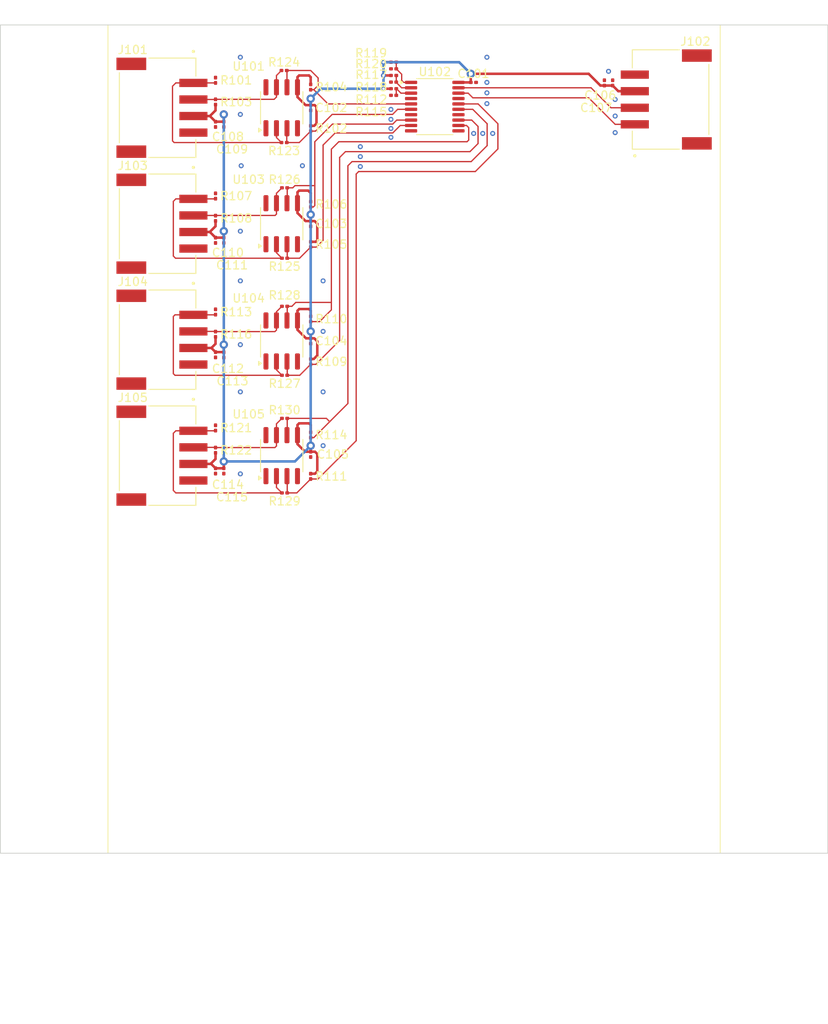
<source format=kicad_pcb>
(kicad_pcb (version 20240108) (generator "pcbnew") (generator_version "8.0")
  (layers (0 "F.Cu" signal) (31 "B.Cu" signal) (34 "B.Paste" user) (35 "F.Paste" user) (36 "B.SilkS" user "B.Silkscreen") (37 "F.SilkS" user "F.Silkscreen") (38 "B.Mask" user) (39 "F.Mask" user) (44 "Edge.Cuts" user))
  (net 0 "")
  (net 1 "VCC")
  (net 2 "GND")
  (net 3 "/SCL10")
  (net 4 "/SDA10")
  (net 5 "/SCL11")
  (net 6 "/SDA11")
  (net 7 "/SDA12")
  (net 8 "/SCL12")
  (net 9 "/SCL13")
  (net 10 "/SDA13")
  (net 11 "/SCL00")
  (net 12 "/SDA00")
  (net 13 "/SCL01")
  (net 14 "/SDA01")
  (net 15 "/SCL02")
  (net 16 "/SDA02")
  (net 17 "/SCL03")
  (net 18 "/SDA03")
  (net 20 "/SDA")
  (net 21 "/SCL")
  (net 23 "Net-(U102-A2)")
  (net 24 "Net-(U102-A1)")
  (net 25 "Net-(U102-A0)")
  (footprint "Package_SO:TSSOP-20_4.4x6.5mm_P0.65mm" (layer "F.Cu") (at 152.5 59.8625)
    (property "Reference" "U102")
    (property "Value" "TCA9544APWR")
  )
  (footprint "Resistor_SMD:R_0201_0603Metric" (layer "F.Cu") (at 137.5 99.5 -90)
    (property "Reference" "R114")
    (property "Value" "333C1S20")
  )
  (footprint "Package_SO:SOIC-8_3.9x4.9mm_P1.27mm" (layer "F.Cu") (at 134 88.155 90)
    (property "Reference" "U104")
    (property "Value" "P82B715DR")
  )
  (footprint "Capacitor_SMD:C_0201_0603Metric" (layer "F.Cu") (at 137.5 74 -90)
    (property "Reference" "C103")
    (property "Value" "104C10")
  )
  (footprint "Capacitor_SMD:C_0201_0603Metric" (layer "F.Cu") (at 126 62 -90)
    (property "Reference" "C108")
    (property "Value" "105C10")
  )
  (footprint "0_Downloads:SEEEDSTUDIO_114020164" (layer "F.Cu") (at 119 60 -90)
    (property "Reference" "J101")
    (property "Value" "114020164")
  )
  (footprint "Capacitor_SMD:C_0201_0603Metric" (layer "F.Cu") (at 137.5 60 -90)
    (property "Reference" "C102")
    (property "Value" "104C10")
  )
  (footprint "Package_SO:SOIC-8_3.9x4.9mm_P1.27mm" (layer "F.Cu") (at 134 74 90)
    (property "Reference" "U103")
    (property "Value" "P82B715DR")
  )
  (footprint "Capacitor_SMD:C_0201_0603Metric" (layer "F.Cu") (at 126 76 -90)
    (property "Reference" "C110")
    (property "Value" "105C10")
  )
  (footprint "Resistor_SMD:R_0201_0603Metric" (layer "F.Cu") (at 126 70.655 -90)
    (property "Reference" "R107")
    (property "Value" "102C1S20")
  )
  (footprint "Resistor_SMD:R_0201_0603Metric" (layer "F.Cu") (at 147.525 56.1 180)
    (property "Reference" "R117")
    (property "Value" "0")
  )
  (footprint "Package_SO:SOIC-8_3.9x4.9mm_P1.27mm" (layer "F.Cu") (at 134 102 90)
    (property "Reference" "U105")
    (property "Value" "P82B715DR")
  )
  (footprint "Resistor_SMD:R_0201_0603Metric" (layer "F.Cu") (at 137.5 57.5 -90)
    (property "Reference" "R104")
    (property "Value" "333C1S20")
  )
  (footprint "Resistor_SMD:R_0201_0603Metric" (layer "F.Cu") (at 137.5 104.5 -90)
    (property "Reference" "R111")
    (property "Value" "333C1S20")
  )
  (footprint "Resistor_SMD:R_0201_0603Metric" (layer "F.Cu") (at 126 101.345 90)
    (property "Reference" "R122")
    (property "Value" "102C1S20")
  )
  (footprint "Capacitor_SMD:C_0201_0603Metric" (layer "F.Cu") (at 173 57 90)
    (property "Reference" "C107")
    (property "Value" "104C10")
  )
  (footprint "Resistor_SMD:R_0201_0603Metric" (layer "F.Cu") (at 134.345 69.665)
    (property "Reference" "R126")
    (property "Value" "0")
  )
  (footprint "Resistor_SMD:R_0201_0603Metric" (layer "F.Cu") (at 126 56.68 -90)
    (property "Reference" "R101")
    (property "Value" "102C1S20")
  )
  (footprint "Resistor_SMD:R_0201_0603Metric" (layer "F.Cu") (at 126 73.345 90)
    (property "Reference" "R108")
    (property "Value" "102C1S20")
  )
  (footprint "Resistor_SMD:R_0201_0603Metric" (layer "F.Cu") (at 147.525 55.3 180)
    (property "Reference" "R120")
    (property "Value" "0")
  )
  (footprint "Resistor_SMD:R_0201_0603Metric" (layer "F.Cu") (at 126 87.345 90)
    (property "Reference" "R116")
    (property "Value" "102C1S20")
  )
  (footprint "0_Downloads:SEEEDSTUDIO_114020164" (layer "F.Cu") (at 119 102 -90)
    (property "Reference" "J105")
    (property "Value" "114020164")
  )
  (footprint "0_Downloads:SEEEDSTUDIO_114020164" (layer "F.Cu") (at 181 59 90)
    (property "Reference" "J102")
    (property "Value" "114020164")
  )
  (footprint "Package_SO:SOIC-8_3.9x4.9mm_P1.27mm" (layer "F.Cu") (at 134 60 90)
    (property "Reference" "U101")
    (property "Value" "P82B715DR")
  )
  (footprint "Resistor_SMD:R_0201_0603Metric" (layer "F.Cu") (at 134.345 106.5)
    (property "Reference" "R129")
    (property "Value" "0")
  )
  (footprint "Resistor_SMD:R_0201_0603Metric" (layer "F.Cu") (at 147.525 56.9 180)
    (property "Reference" "R118")
    (property "Value" "0")
  )
  (footprint "Resistor_SMD:R_0201_0603Metric" (layer "F.Cu") (at 134.29 64.2)
    (property "Reference" "R123")
    (property "Value" "0")
  )
  (footprint "Resistor_SMD:R_0201_0603Metric" (layer "F.Cu") (at 147.525 54.5 180)
    (property "Reference" "R119")
    (property "Value" "0")
  )
  (footprint "Resistor_SMD:R_0201_0603Metric" (layer "F.Cu") (at 134.345 83.97)
    (property "Reference" "R128")
    (property "Value" "0")
  )
  (footprint "Resistor_SMD:R_0201_0603Metric" (layer "F.Cu") (at 126 59.3 90)
    (property "Reference" "R103")
    (property "Value" "102C1S20")
  )
  (footprint "Capacitor_SMD:C_0201_0603Metric" (layer "F.Cu") (at 126 103.845 -90)
    (property "Reference" "C114")
    (property "Value" "105C10")
  )
  (footprint "0_Downloads:SEEEDSTUDIO_114020164" (layer "F.Cu") (at 119 74 -90)
    (property "Reference" "J103")
    (property "Value" "114020164")
  )
  (footprint "Resistor_SMD:R_0201_0603Metric" (layer "F.Cu") (at 134.345 78.165)
    (property "Reference" "R125")
    (property "Value" "0")
  )
  (footprint "Capacitor_SMD:C_0201_0603Metric" (layer "F.Cu") (at 157.17 56.9375)
    (property "Reference" "C101")
    (property "Value" "104C10")
  )
  (footprint "Resistor_SMD:R_0201_0603Metric" (layer "F.Cu") (at 147.525 58.5 180)
    (property "Reference" "R115")
    (property "Value" "0")
  )
  (footprint "Resistor_SMD:R_0201_0603Metric" (layer "F.Cu") (at 126 98.655 -90)
    (property "Reference" "R121")
    (property "Value" "102C1S20")
  )
  (footprint "Resistor_SMD:R_0201_0603Metric" (layer "F.Cu") (at 134.345 92.3)
    (property "Reference" "R127")
    (property "Value" "0")
  )
  (footprint "Capacitor_SMD:C_0201_0603Metric" (layer "F.Cu") (at 127 89.845 -90)
    (property "Reference" "C113")
    (property "Value" "104C10")
  )
  (footprint "Capacitor_SMD:C_0201_0603Metric" (layer "F.Cu") (at 174 57 90)
    (property "Reference" "C106")
    (property "Value" "105C10")
  )
  (footprint "Capacitor_SMD:C_0201_0603Metric" (layer "F.Cu") (at 127 62 -90)
    (property "Reference" "C109")
    (property "Value" "104C10")
  )
  (footprint "Resistor_SMD:R_0201_0603Metric" (layer "F.Cu") (at 126 84.655 -90)
    (property "Reference" "R113")
    (property "Value" "102C1S20")
  )
  (footprint "Resistor_SMD:R_0201_0603Metric" (layer "F.Cu") (at 137.5 85.5 -90)
    (property "Reference" "R110")
    (property "Value" "333C1S20")
  )
  (footprint "Capacitor_SMD:C_0201_0603Metric" (layer "F.Cu") (at 137.5 88.155 -90)
    (property "Reference" "C104")
    (property "Value" "104C10")
  )
  (footprint "Capacitor_SMD:C_0201_0603Metric" (layer "F.Cu") (at 127 76 -90)
    (property "Reference" "C111")
    (property "Value" "104C10")
  )
  (footprint "Resistor_SMD:R_0201_0603Metric" (layer "F.Cu") (at 137.5 71.655 -90)
    (property "Reference" "R106")
    (property "Value" "333C1S20")
  )
  (footprint "Resistor_SMD:R_0201_0603Metric" (layer "F.Cu") (at 137.5 76.5 -90)
    (property "Reference" "R105")
    (property "Value" "333C1S20")
  )
  (footprint "Capacitor_SMD:C_0201_0603Metric" (layer "F.Cu") (at 137.5 101.845 -90)
    (property "Reference" "C105")
    (property "Value" "104C10")
  )
  (footprint "Resistor_SMD:R_0201_0603Metric" (layer "F.Cu") (at 134.29 55.5)
    (property "Reference" "R124")
    (property "Value" "0")
  )
  (footprint "Capacitor_SMD:C_0201_0603Metric" (layer "F.Cu") (at 127 103.845 -90)
    (property "Reference" "C115")
    (property "Value" "104C10")
  )
  (footprint "Capacitor_SMD:C_0201_0603Metric" (layer "F.Cu") (at 126 89.82 -90)
    (property "Reference" "C112")
    (property "Value" "105C10")
  )
  (footprint "Resistor_SMD:R_0201_0603Metric" (layer "F.Cu") (at 137.5 90.655 -90)
    (property "Reference" "R109")
    (property "Value" "333C1S20")
  )
  (footprint "Resistor_SMD:R_0201_0603Metric" (layer "F.Cu") (at 137.5 62.5 -90)
    (property "Reference" "R102")
    (property "Value" "333C1S20")
  )
  (footprint "Resistor_SMD:R_0201_0603Metric" (layer "F.Cu") (at 147.525 57.7 180)
    (property "Reference" "R112")
    (property "Value" "0")
  )
  (footprint "Resistor_SMD:R_0201_0603Metric" (layer "F.Cu") (at 134.345 97.5)
    (property "Reference" "R130")
    (property "Value" "0")
  )
  (footprint "0_Downloads:SEEEDSTUDIO_114020164" (layer "F.Cu") (at 119 88 -90)
    (property "Reference" "J104")
    (property "Value" "114020164")
  )
  (gr_line (start 187 50) (end 187 150) (stroke (width 0.1)) (layer "F.SilkS"))
  (gr_line (start 113 50) (end 113 150) (stroke (width 0.1)) (layer "F.SilkS"))
  (gr_rect (start 100 50) (end 200 150) (stroke (width 0.1)) (fill none) (layer "Edge.Cuts"))
  (segment (start 137.5 59.68) (end 137.5 58.9) (width 0.3) (layer "F.Cu") (net 1))
  (segment (start 138.02 104.18) (end 137.5 104.18) (width 0.3) (layer "F.Cu") (net 1))
  (segment (start 137.2 70) (end 137.5 70.3) (width 0.3) (layer "F.Cu") (net 1))
  (segment (start 126 88.5) (end 126 87.665) (width 0.3) (layer "F.Cu") (net 1))
  (segment (start 172.52 57.32) (end 171.1 55.9) (width 0.3) (layer "F.Cu") (net 1))
  (segment (start 156.85 56.3) (end 156.85 55.9) (width 0.3) (layer "F.Cu") (net 1))
  (segment (start 125.3 75) (end 125.32 75) (width 0.3) (layer "F.Cu") (net 1))
  (segment (start 135.905 56.295) (end 136.1 56.1) (width 0.3) (layer "F.Cu") (net 1))
  (segment (start 136.825 101.525) (end 137.5 101.525) (width 0.3) (layer "F.Cu") (net 1))
  (segment (start 125.3 75) (end 126 74.3) (width 0.3) (layer "F.Cu") (net 1))
  (segment (start 136.88 59.68) (end 137.5 59.68) (width 0.3) (layer "F.Cu") (net 1))
  (segment (start 135.905 71.525) (end 135.905 70.195) (width 0.3) (layer "F.Cu") (net 1))
  (segment (start 126 89.5) (end 126.975 89.5) (width 0.3) (layer "F.Cu") (net 1))
  (segment (start 171.1 55.9) (end 156.85 55.9) (width 0.3) (layer "F.Cu") (net 1))
  (segment (start 147.205 57.7) (end 146.3 57.7) (width 0.3) (layer "F.Cu") (net 1))
  (segment (start 147.205 56.1) (end 146.3 56.1) (width 0.3) (layer "F.Cu") (net 1))
  (segment (start 176.675 58) (end 174.68 58) (width 0.3) (layer "F.Cu") (net 1))
  (segment (start 137.5 87.835) (end 137.935 87.835) (width 0.3) (layer "F.Cu") (net 1))
  (segment (start 137.92 62.18) (end 137.5 62.18) (width 0.3) (layer "F.Cu") (net 1))
  (segment (start 126.975 89.5) (end 127 89.525) (width 0.3) (layer "F.Cu") (net 1))
  (segment (start 135.905 86.805) (end 136.935 87.835) (width 0.3) (layer "F.Cu") (net 1))
  (segment (start 125.475 103) (end 125.475 102.925) (width 0.3) (layer "F.Cu") (net 1))
  (segment (start 137.3 98.1) (end 137.5 98.3) (width 0.3) (layer "F.Cu") (net 1))
  (segment (start 174 57.32) (end 173 57.32) (width 0.3) (layer "F.Cu") (net 1))
  (segment (start 135.905 99.525) (end 135.905 100.605) (width 0.3) (layer "F.Cu") (net 1))
  (segment (start 125.32 61) (end 126 61.68) (width 0.3) (layer "F.Cu") (net 1))
  (segment (start 138.3 89.9) (end 137.865 90.335) (width 0.3) (layer "F.Cu") (net 1))
  (segment (start 125.475 102.925) (end 126 102.4) (width 0.3) (layer "F.Cu") (net 1))
  (segment (start 135.905 98.295) (end 136.1 98.1) (width 0.3) (layer "F.Cu") (net 1))
  (segment (start 137.3 56.1) (end 137.5 56.3) (width 0.3) (layer "F.Cu") (net 1))
  (segment (start 123.325 61) (end 125.32 61) (width 0.3) (layer "F.Cu") (net 1))
  (segment (start 137.98 59.68) (end 138.2 59.9) (width 0.3) (layer "F.Cu") (net 1))
  (segment (start 137.935 87.835) (end 138.3 88.2) (width 0.3) (layer "F.Cu") (net 1))
  (segment (start 135.905 57.525) (end 135.905 56.295) (width 0.3) (layer "F.Cu") (net 1))
  (segment (start 174.68 58) (end 174 57.32) (width 0.3) (layer "F.Cu") (net 1))
  (segment (start 156.85 56.9375) (end 156.85 56.3) (width 0.3) (layer "F.Cu") (net 1))
  (segment (start 123.325 89) (end 125.5 89) (width 0.3) (layer "F.Cu") (net 1))
  (segment (start 135.905 72.705) (end 136.88 73.68) (width 0.3) (layer "F.Cu") (net 1))
  (segment (start 138.2 61.9) (end 137.92 62.18) (width 0.3) (layer "F.Cu") (net 1))
  (segment (start 137.98 73.68) (end 138.3 74) (width 0.3) (layer "F.Cu") (net 1))
  (segment (start 137.5 87.835) (end 137.5 87) (width 0.3) (layer "F.Cu") (net 1))
  (segment (start 135.905 71.525) (end 135.905 72.705) (width 0.3) (layer "F.Cu") (net 1))
  (segment (start 126 60.32) (end 126 59.62) (width 0.3) (layer "F.Cu") (net 1))
  (segment (start 135.905 85.68) (end 135.905 84.505) (width 0.3) (layer "F.Cu") (net 1))
  (segment (start 136.88 73.68) (end 137.5 73.68) (width 0.3) (layer "F.Cu") (net 1))
  (segment (start 137.5 56.3) (end 137.5 57.18) (width 0.3) (layer "F.Cu") (net 1))
  (segment (start 137.5 73.68) (end 137.5 72.9) (width 0.3) (layer "F.Cu") (net 1))
  (segment (start 135.905 58.705) (end 136.88 59.68) (width 0.3) (layer "F.Cu") (net 1))
  (segment (start 137.5 84.5) (end 137.5 85.18) (width 0.3) (layer "F.Cu") (net 1))
  (segment (start 136.1 98.1) (end 137.3 98.1) (width 0.3) (layer "F.Cu") (net 1))
  (segment (start 135.905 85.68) (end 135.905 86.805) (width 0.3) (layer "F.Cu") (net 1))
  (segment (start 137.3 84.3) (end 137.5 84.5) (width 0.3) (layer "F.Cu") (net 1))
  (segment (start 136.11 84.3) (end 137.3 84.3) (width 0.3) (layer "F.Cu") (net 1))
  (segment (start 138.12 76.18) (end 137.5 76.18) (width 0.3) (layer "F.Cu") (net 1))
  (segment (start 125.5 89) (end 126 89.5) (width 0.3) (layer "F.Cu") (net 1))
  (segment (start 135.905 70.195) (end 136.1 70) (width 0.3) (layer "F.Cu") (net 1))
  (segment (start 125.5 89) (end 126 88.5) (width 0.3) (layer "F.Cu") (net 1))
  (segment (start 125.32 61) (end 126 60.32) (width 0.3) (layer "F.Cu") (net 1))
  (segment (start 126 74.3) (end 126 73.665) (width 0.3) (layer "F.Cu") (net 1))
  (segment (start 147.205 54.5) (end 146.3 54.5) (width 0.3) (layer "F.Cu") (net 1))
  (segment (start 127 75.68) (end 127 74.9) (width 0.3) (layer "F.Cu") (net 1))
  (segment (start 138.025 101.525) (end 138.3 101.8) (width 0.3) (layer "F.Cu") (net 1))
  (segment (start 137.5 73.68) (end 137.98 73.68) (width 0.3) (layer "F.Cu") (net 1))
  (segment (start 125.32 75) (end 126 75.68) (width 0.3) (layer "F.Cu") (net 1))
  (segment (start 127 61.68) (end 127 60.8) (width 0.3) (layer "F.Cu") (net 1))
  (segment (start 135.905 84.505) (end 136.11 84.3) (width 0.3) (layer "F.Cu") (net 1))
  (segment (start 138.3 74) (end 138.3 76) (width 0.3) (layer "F.Cu") (net 1))
  (segment (start 125.475 103) (end 126 103.525) (width 0.3) (layer "F.Cu") (net 1))
  (segment (start 137.5 70.3) (end 137.5 71.335) (width 0.3) (layer "F.Cu") (net 1))
  (segment (start 137.5 98.3) (end 137.5 99.18) (width 0.3) (layer "F.Cu") (net 1))
  (segment (start 138.3 88.2) (end 138.3 89.9) (width 0.3) (layer "F.Cu") (net 1))
  (segment (start 135.905 100.605) (end 136.825 101.525) (width 0.3) (layer "F.Cu") (net 1))
  (segment (start 136.1 56.1) (end 137.3 56.1) (width 0.3) (layer "F.Cu") (net 1))
  (segment (start 135.905 57.525) (end 135.905 58.705) (width 0.3) (layer "F.Cu") (net 1))
  (segment (start 126 75.68) (end 127 75.68) (width 0.3) (layer "F.Cu") (net 1))
  (segment (start 155.3625 56.9375) (end 156.85 56.9375) (width 0.3) (layer "F.Cu") (net 1))
  (segment (start 138.3 101.8) (end 138.3 103.9) (width 0.3) (layer "F.Cu") (net 1))
  (segment (start 123.325 75) (end 125.3 75) (width 0.3) (layer "F.Cu") (net 1))
  (segment (start 127 89.525) (end 127 88.6) (width 0.3) (layer "F.Cu") (net 1))
  (segment (start 136.1 70) (end 137.2 70) (width 0.3) (layer "F.Cu") (net 1))
  (segment (start 135.905 99.525) (end 135.905 98.295) (width 0.3) (layer "F.Cu") (net 1))
  (segment (start 136.935 87.835) (end 137.5 87.835) (width 0.3) (layer "F.Cu") (net 1))
  (segment (start 126 102.4) (end 126 101.665) (width 0.3) (layer "F.Cu") (net 1))
  (segment (start 123.325 103) (end 125.475 103) (width 0.3) (layer "F.Cu") (net 1))
  (segment (start 173 57.32) (end 172.52 57.32) (width 0.3) (layer "F.Cu") (net 1))
  (segment (start 137.5 59.68) (end 137.98 59.68) (width 0.3) (layer "F.Cu") (net 1))
  (segment (start 138.3 76) (end 138.12 76.18) (width 0.3) (layer "F.Cu") (net 1))
  (segment (start 126 103.525) (end 127 103.525) (width 0.3) (layer "F.Cu") (net 1))
  (segment (start 126 61.68) (end 127 61.68) (width 0.3) (layer "F.Cu") (net 1))
  (segment (start 137.865 90.335) (end 137.5 90.335) (width 0.3) (layer "F.Cu") (net 1))
  (segment (start 138.3 103.9) (end 138.02 104.18) (width 0.3) (layer "F.Cu") (net 1))
  (segment (start 137.5 101.525) (end 138.025 101.525) (width 0.3) (layer "F.Cu") (net 1))
  (segment (start 138.2 59.9) (end 138.2 61.9) (width 0.3) (layer "F.Cu") (net 1))
  (segment (start 127 103.525) (end 127 102.7) (width 0.3) (layer "F.Cu") (net 1))
  (segment (start 137.5 101.525) (end 137.5 100.8) (width 0.3) (layer "F.Cu") (net 1))
  (via (at 127 60.8) (size 1) (drill 0.5) (layers "F.Cu" "B.Cu") (net 1))
  (via (at 156.85 55.9) (size 1) (drill 0.5) (layers "F.Cu" "B.Cu") (net 1))
  (via (at 127 88.6) (size 1) (drill 0.5) (layers "F.Cu" "B.Cu") (net 1))
  (via (at 137.5 58.9) (size 1) (drill 0.5) (layers "F.Cu" "B.Cu") (net 1))
  (via (at 137.5 100.8) (size 1) (drill 0.5) (layers "F.Cu" "B.Cu") (net 1))
  (via (at 127 74.9) (size 1) (drill 0.5) (layers "F.Cu" "B.Cu") (net 1))
  (via (at 137.5 87) (size 1) (drill 0.5) (layers "F.Cu" "B.Cu") (net 1))
  (via (at 127 102.7) (size 1) (drill 0.5) (layers "F.Cu" "B.Cu") (net 1))
  (via (at 146.3 54.5) (size 0.6) (drill 0.3) (layers "F.Cu" "B.Cu") (net 1))
  (via (at 146.3 56.1) (size 0.6) (drill 0.3) (layers "F.Cu" "B.Cu") (net 1))
  (via (at 137.5 72.9) (size 1) (drill 0.5) (layers "F.Cu" "B.Cu") (net 1))
  (via (at 146.3 57.7) (size 0.6) (drill 0.3) (layers "F.Cu" "B.Cu") (net 1))
  (segment (start 156.85 55.9) (end 155.45 54.5) (width 0.3) (layer "B.Cu") (net 1))
  (segment (start 135.6 102.7) (end 127 102.7) (width 0.3) (layer "B.Cu") (net 1))
  (segment (start 146.3 56.1) (end 146.3 57.7) (width 0.3) (layer "B.Cu") (net 1))
  (segment (start 146.3 54.5) (end 146.3 56.1) (width 0.3) (layer "B.Cu") (net 1))
  (segment (start 138.7 57.7) (end 137.5 58.9) (width 0.3) (layer "B.Cu") (net 1))
  (segment (start 137.5 72.9) (end 137.5 87) (width 0.3) (layer "B.Cu") (net 1))
  (segment (start 137.5 100.8) (end 135.6 102.7) (width 0.3) (layer "B.Cu") (net 1))
  (segment (start 146.3 57.7) (end 138.7 57.7) (width 0.3) (layer "B.Cu") (net 1))
  (segment (start 137.5 58.9) (end 137.5 72.9) (width 0.3) (layer "B.Cu") (net 1))
  (segment (start 137.5 87) (end 137.5 100.8) (width 0.3) (layer "B.Cu") (net 1))
  (segment (start 155.45 54.5) (end 146.3 54.5) (width 0.3) (layer "B.Cu") (net 1))
  (segment (start 127 88.6) (end 127 74.9) (width 0.3) (layer "B.Cu") (net 1))
  (segment (start 127 74.9) (end 127 60.8) (width 0.3) (layer "B.Cu") (net 1))
  (segment (start 127 102.7) (end 127 88.6) (width 0.3) (layer "B.Cu") (net 1))
  (via (at 129 104.2) (size 0.6) (drill 0.3) (layers "F.Cu" "B.Cu") (net 2))
  (via (at 143.5 64.7) (size 0.6) (drill 0.3) (layers "F.Cu" "B.Cu") (net 2))
  (via (at 174.3 63) (size 0.6) (drill 0.3) (layers "F.Cu" "B.Cu") (net 2))
  (via (at 158.8 56.9375) (size 0.6) (drill 0.3) (layers "F.Cu" "B.Cu") (net 2))
  (via (at 139 80.9) (size 0.6) (drill 0.3) (layers "F.Cu" "B.Cu") (net 2))
  (via (at 143.5 65.9) (size 0.6) (drill 0.3) (layers "F.Cu" "B.Cu") (net 2))
  (via (at 143.5 67.1) (size 0.6) (drill 0.3) (layers "F.Cu" "B.Cu") (net 2))
  (via (at 139 94.3) (size 0.6) (drill 0.3) (layers "F.Cu" "B.Cu") (net 2))
  (via (at 173.5 55.6) (size 0.6) (drill 0.3) (layers "F.Cu" "B.Cu") (net 2))
  (via (at 139 100.8) (size 0.6) (drill 0.3) (layers "F.Cu" "B.Cu") (net 2))
  (via (at 157.2 63.1) (size 0.6) (drill 0.3) (layers "F.Cu" "B.Cu") (net 2))
  (via (at 147.2 60.2) (size 0.6) (drill 0.3) (layers "F.Cu" "B.Cu") (net 2))
  (via (at 129 80.9) (size 0.6) (drill 0.3) (layers "F.Cu" "B.Cu") (net 2))
  (via (at 174.3 61) (size 0.6) (drill 0.3) (layers "F.Cu" "B.Cu") (net 2))
  (via (at 147.2 61.4) (size 0.6) (drill 0.3) (layers "F.Cu" "B.Cu") (net 2))
  (via (at 129 53.9) (size 0.6) (drill 0.3) (layers "F.Cu" "B.Cu") (net 2))
  (via (at 159.5 63.1) (size 0.6) (drill 0.3) (layers "F.Cu" "B.Cu") (net 2))
  (via (at 129 74.9) (size 0.6) (drill 0.3) (layers "F.Cu" "B.Cu") (net 2))
  (via (at 136.5 67) (size 0.6) (drill 0.3) (layers "F.Cu" "B.Cu") (net 2))
  (via (at 158.8 58.2) (size 0.6) (drill 0.3) (layers "F.Cu" "B.Cu") (net 2))
  (via (at 147.2 63.5714) (size 0.6) (drill 0.3) (layers "F.Cu" "B.Cu") (net 2))
  (via (at 158.8 53.9) (size 0.6) (drill 0.3) (layers "F.Cu" "B.Cu") (net 2))
  (via (at 129.1 67) (size 0.6) (drill 0.3) (layers "F.Cu" "B.Cu") (net 2))
  (via (at 174.3 59) (size 0.6) (drill 0.3) (layers "F.Cu" "B.Cu") (net 2))
  (via (at 147.2 62.5) (size 0.6) (drill 0.3) (layers "F.Cu" "B.Cu") (net 2))
  (via (at 139 87) (size 0.6) (drill 0.3) (layers "F.Cu" "B.Cu") (net 2))
  (via (at 129 94.3) (size 0.6) (drill 0.3) (layers "F.Cu" "B.Cu") (net 2))
  (via (at 158.3 63.1) (size 0.6) (drill 0.3) (layers "F.Cu" "B.Cu") (net 2))
  (via (at 129 88.6) (size 0.6) (drill 0.3) (layers "F.Cu" "B.Cu") (net 2))
  (via (at 129 60.8) (size 0.6) (drill 0.3) (layers "F.Cu" "B.Cu") (net 2))
  (via (at 158.8 59.5) (size 0.6) (drill 0.3) (layers "F.Cu" "B.Cu") (net 2))
  (segment (start 133.97 64.2) (end 133.365 63.595) (width 0.1524) (layer "F.Cu") (net 3))
  (segment (start 120.8 64) (end 121 64.2) (width 0.1524) (layer "F.Cu") (net 3))
  (segment (start 120.8 57.4) (end 120.8 64) (width 0.1524) (layer "F.Cu") (net 3))
  (segment (start 121.2 57) (end 120.8 57.4) (width 0.1524) (layer "F.Cu") (net 3))
  (segment (start 133.365 63.595) (end 133.365 62.475) (width 0.1524) (layer "F.Cu") (net 3))
  (segment (start 123.325 57) (end 126 57) (width 0.1524) (layer "F.Cu") (net 3))
  (segment (start 121 64.2) (end 133.97 64.2) (width 0.1524) (layer "F.Cu") (net 3))
  (segment (start 123.325 57) (end 121.2 57) (width 0.1524) (layer "F.Cu") (net 3))
  (segment (start 133.365 56.105) (end 133.365 57.525) (width 0.1524) (layer "F.Cu") (net 4))
  (segment (start 125.98 59) (end 126 58.98) (width 0.1524) (layer "F.Cu") (net 4))
  (segment (start 133.365 58.7) (end 133.365 57.525) (width 0.1524) (layer "F.Cu") (net 4))
  (segment (start 133.085 58.98) (end 133.365 58.7) (width 0.1524) (layer "F.Cu") (net 4))
  (segment (start 126 58.98) (end 133.085 58.98) (width 0.1524) (layer "F.Cu") (net 4))
  (segment (start 133.97 55.5) (end 133.365 56.105) (width 0.1524) (layer "F.Cu") (net 4))
  (segment (start 123.325 59) (end 125.98 59) (width 0.1524) (layer "F.Cu") (net 4))
  (segment (start 120.9 71.3) (end 120.9 77.9) (width 0.1524) (layer "F.Cu") (net 5))
  (segment (start 121.2 71) (end 120.9 71.3) (width 0.1524) (layer "F.Cu") (net 5))
  (segment (start 133.365 76.475) (end 133.365 77.505) (width 0.1524) (layer "F.Cu") (net 5))
  (segment (start 125.975 71) (end 126 70.975) (width 0.1524) (layer "F.Cu") (net 5))
  (segment (start 121.165 78.165) (end 134.025 78.165) (width 0.1524) (layer "F.Cu") (net 5))
  (segment (start 123.325 71) (end 121.2 71) (width 0.1524) (layer "F.Cu") (net 5))
  (segment (start 120.9 77.9) (end 121.165 78.165) (width 0.1524) (layer "F.Cu") (net 5))
  (segment (start 123.325 71) (end 125.975 71) (width 0.1524) (layer "F.Cu") (net 5))
  (segment (start 133.365 77.505) (end 134.025 78.165) (width 0.1524) (layer "F.Cu") (net 5))
  (segment (start 133.365 70.325) (end 133.365 71.525) (width 0.1524) (layer "F.Cu") (net 6))
  (segment (start 126 73.025) (end 126.025 73) (width 0.1524) (layer "F.Cu") (net 6))
  (segment (start 126.025 73) (end 133.2 73) (width 0.1524) (layer "F.Cu") (net 6))
  (segment (start 123.325 73) (end 125.975 73) (width 0.1524) (layer "F.Cu") (net 6))
  (segment (start 133.2 73) (end 133.365 72.835) (width 0.1524) (layer "F.Cu") (net 6))
  (segment (start 125.975 73) (end 126 73.025) (width 0.1524) (layer "F.Cu") (net 6))
  (segment (start 126 73.025) (end 126.0386 73.0636) (width 0.1524) (layer "F.Cu") (net 6))
  (segment (start 134.025 69.665) (end 133.365 70.325) (width 0.1524) (layer "F.Cu") (net 6))
  (segment (start 133.365 72.835) (end 133.365 71.525) (width 0.1524) (layer "F.Cu") (net 6))
  (segment (start 125.975 87) (end 126 87.025) (width 0.1524) (layer "F.Cu") (net 7))
  (segment (start 133.365 86.835) (end 133.365 85.68) (width 0.1524) (layer "F.Cu") (net 7))
  (segment (start 123.325 87) (end 125.975 87) (width 0.1524) (layer "F.Cu") (net 7))
  (segment (start 133.365 84.63) (end 134.025 83.97) (width 0.1524) (layer "F.Cu") (net 7))
  (segment (start 133.175 87.025) (end 133.365 86.835) (width 0.1524) (layer "F.Cu") (net 7))
  (segment (start 133.365 85.68) (end 133.365 84.63) (width 0.1524) (layer "F.Cu") (net 7))
  (segment (start 126 87.025) (end 133.175 87.025) (width 0.1524) (layer "F.Cu") (net 7))
  (segment (start 133.365 90.63) (end 133.365 91.64) (width 0.1524) (layer "F.Cu") (net 8))
  (segment (start 120.9 92.1) (end 121.1 92.3) (width 0.1524) (layer "F.Cu") (net 8))
  (segment (start 133.365 91.64) (end 134.025 92.3) (width 0.1524) (layer "F.Cu") (net 8))
  (segment (start 123.325 85) (end 125.975 85) (width 0.1524) (layer "F.Cu") (net 8))
  (segment (start 120.9 85.2) (end 120.9 92.1) (width 0.1524) (layer "F.Cu") (net 8))
  (segment (start 121.1 92.3) (end 134.025 92.3) (width 0.1524) (layer "F.Cu") (net 8))
  (segment (start 123.325 85) (end 121.1 85) (width 0.1524) (layer "F.Cu") (net 8))
  (segment (start 125.975 85) (end 126 84.975) (width 0.1524) (layer "F.Cu") (net 8))
  (segment (start 121.1 85) (end 120.9 85.2) (width 0.1524) (layer "F.Cu") (net 8))
  (segment (start 121.2 99) (end 120.9 99.3) (width 0.1524) (layer "F.Cu") (net 9))
  (segment (start 123.325 99) (end 125.975 99) (width 0.1524) (layer "F.Cu") (net 9))
  (segment (start 120.9 106.2) (end 121.2 106.5) (width 0.1524) (layer "F.Cu") (net 9))
  (segment (start 133.365 105.84) (end 134.025 106.5) (width 0.1524) (layer "F.Cu") (net 9))
  (segment (start 120.9 99.3) (end 120.9 106.2) (width 0.1524) (layer "F.Cu") (net 9))
  (segment (start 133.365 104.475) (end 133.365 105.84) (width 0.1524) (layer "F.Cu") (net 9))
  (segment (start 121.2 106.5) (end 134.025 106.5) (width 0.1524) (layer "F.Cu") (net 9))
  (segment (start 125.975 99) (end 126 98.975) (width 0.1524) (layer "F.Cu") (net 9))
  (segment (start 123.325 99) (end 121.2 99) (width 0.1524) (layer "F.Cu") (net 9))
  (segment (start 133.365 98.16) (end 134.025 97.5) (width 0.1524) (layer "F.Cu") (net 10))
  (segment (start 126 101.025) (end 133.175 101.025) (width 0.1524) (layer "F.Cu") (net 10))
  (segment (start 133.175 101.025) (end 133.365 100.835) (width 0.1524) (layer "F.Cu") (net 10))
  (segment (start 133.365 99.525) (end 133.365 98.16) (width 0.1524) (layer "F.Cu") (net 10))
  (segment (start 123.325 101) (end 125.975 101) (width 0.1524) (layer "F.Cu") (net 10))
  (segment (start 133.365 100.835) (end 133.365 99.525) (width 0.1524) (layer "F.Cu") (net 10))
  (segment (start 125.975 101) (end 126 101.025) (width 0.1524) (layer "F.Cu") (net 10))
  (segment (start 134.61 64.2) (end 136.12 64.2) (width 0.1524) (layer "F.Cu") (net 11))
  (segment (start 140.1 60.8) (end 138.08 62.82) (width 0.1524) (layer "F.Cu") (net 11))
  (segment (start 147.4 60.8) (end 140.1 60.8) (width 0.1524) (layer "F.Cu") (net 11))
  (segment (start 138.08 62.82) (end 137.5 62.82) (width 0.1524) (layer "F.Cu") (net 11))
  (segment (start 134.61 62.5) (end 134.61 64.2) (width 0.1524) (layer "F.Cu") (net 11))
  (segment (start 149.6375 60.1875) (end 148.0125 60.1875) (width 0.1524) (layer "F.Cu") (net 11))
  (segment (start 148.0125 60.1875) (end 147.4 60.8) (width 0.1524) (layer "F.Cu") (net 11))
  (segment (start 136.12 64.2) (end 137.5 62.82) (width 0.1524) (layer "F.Cu") (net 11))
  (segment (start 134.635 62.475) (end 134.61 62.5) (width 0.1524) (layer "F.Cu") (net 11))
  (segment (start 134.61 55.5) (end 134.635 55.525) (width 0.1524) (layer "F.Cu") (net 12))
  (segment (start 137.88 57.82) (end 137.5 57.82) (width 0.1524) (layer "F.Cu") (net 12))
  (segment (start 138.4 57.3) (end 137.88 57.82) (width 0.1524) (layer "F.Cu") (net 12))
  (segment (start 134.61 55.5) (end 137.5 55.5) (width 0.1524) (layer "F.Cu") (net 12))
  (segment (start 138.4 56.4) (end 138.4 57.3) (width 0.1524) (layer "F.Cu") (net 12))
  (segment (start 134.635 57.475) (end 134.61 57.5) (width 0.1524) (layer "F.Cu") (net 12))
  (segment (start 137.5 55.5) (end 138.4 56.4) (width 0.1524) (layer "F.Cu") (net 12))
  (segment (start 139.5975 59.5375) (end 137.88 57.82) (width 0.1524) (layer "F.Cu") (net 12))
  (segment (start 149.6375 59.5375) (end 139.5975 59.5375) (width 0.1524) (layer "F.Cu") (net 12))
  (segment (start 134.635 55.525) (end 134.635 57.475) (width 0.1524) (layer "F.Cu") (net 12))
  (segment (start 139 64.5) (end 139 76) (width 0.1524) (layer "F.Cu") (net 13))
  (segment (start 147.418954 63.0428) (end 140.4572 63.0428) (width 0.1524) (layer "F.Cu") (net 13))
  (segment (start 139 76) (end 138.18 76.82) (width 0.1524) (layer "F.Cu") (net 13))
  (segment (start 134.665 78.165) (end 136.155 78.165) (width 0.1524) (layer "F.Cu") (net 13))
  (segment (start 134.665 78.165) (end 134.665 76.17) (width 0.1524) (layer "F.Cu") (net 13))
  (segment (start 148.324254 62.1375) (end 147.418954 63.0428) (width 0.1524) (layer "F.Cu") (net 13))
  (segment (start 136.155 78.165) (end 137.5 76.82) (width 0.1524) (layer "F.Cu") (net 13))
  (segment (start 134.665 76.17) (end 134.635 76.14) (width 0.1524) (layer "F.Cu") (net 13))
  (segment (start 138.18 76.82) (end 137.5 76.82) (width 0.1524) (layer "F.Cu") (net 13))
  (segment (start 140.4572 63.0428) (end 139 64.5) (width 0.1524) (layer "F.Cu") (net 13))
  (segment (start 149.6375 62.1375) (end 148.324254 62.1375) (width 0.1524) (layer "F.Cu") (net 13))
  (segment (start 138 64.1) (end 138 69.4) (width 0.1524) (layer "F.Cu") (net 14))
  (segment (start 135.6 69.4) (end 138 69.4) (width 0.1524) (layer "F.Cu") (net 14))
  (segment (start 138 69.4) (end 138 71.8) (width 0.1524) (layer "F.Cu") (net 14))
  (segment (start 138 71.8) (end 137.825 71.975) (width 0.1524) (layer "F.Cu") (net 14))
  (segment (start 134.665 71.16) (end 134.635 71.19) (width 0.1524) (layer "F.Cu") (net 14))
  (segment (start 149.6375 61.4875) (end 147.902854 61.4875) (width 0.1524) (layer "F.Cu") (net 14))
  (segment (start 135.335 69.665) (end 135.6 69.4) (width 0.1524) (layer "F.Cu") (net 14))
  (segment (start 147.418954 61.9714) (end 140.1286 61.9714) (width 0.1524) (layer "F.Cu") (net 14))
  (segment (start 134.665 69.665) (end 134.665 71.495) (width 0.1524) (layer "F.Cu") (net 14))
  (segment (start 134.665 71.495) (end 134.635 71.525) (width 0.1524) (layer "F.Cu") (net 14))
  (segment (start 140.1286 61.9714) (end 138 64.1) (width 0.1524) (layer "F.Cu") (net 14))
  (segment (start 134.665 69.665) (end 135.335 69.665) (width 0.1524) (layer "F.Cu") (net 14))
  (segment (start 147.902854 61.4875) (end 147.418954 61.9714) (width 0.1524) (layer "F.Cu") (net 14))
  (segment (start 137.825 71.975) (end 137.5 71.975) (width 0.1524) (layer "F.Cu") (net 14))
  (segment (start 156.963723 61.4875) (end 155.3625 61.4875) (width 0.1524) (layer "F.Cu") (net 15))
  (segment (start 136.175 92.3) (end 137.5 90.975) (width 0.1524) (layer "F.Cu") (net 15))
  (segment (start 134.635 90.475) (end 134.665 90.505) (width 0.1524) (layer "F.Cu") (net 15))
  (segment (start 141 66) (end 141.7 65.3) (width 0.1524) (layer "F.Cu") (net 15))
  (segment (start 141.7 65.3) (end 156.75 65.3) (width 0.1524) (layer "F.Cu") (net 15))
  (segment (start 157.7286 62.252377) (end 156.963723 61.4875) (width 0.1524) (layer "F.Cu") (net 15))
  (segment (start 137.5 90.975) (end 138.125 90.975) (width 0.1524) (layer "F.Cu") (net 15))
  (segment (start 156.75 65.3) (end 157.7286 64.3214) (width 0.1524) (layer "F.Cu") (net 15))
  (segment (start 134.665 90.505) (end 134.665 92.3) (width 0.1524) (layer "F.Cu") (net 15))
  (segment (start 157.7286 64.3214) (end 157.7286 62.252377) (width 0.1524) (layer "F.Cu") (net 15))
  (segment (start 138.125 90.975) (end 141 88.1) (width 0.1524) (layer "F.Cu") (net 15))
  (segment (start 134.665 92.3) (end 136.175 92.3) (width 0.1524) (layer "F.Cu") (net 15))
  (segment (start 141 88.1) (end 141 66) (width 0.1524) (layer "F.Cu") (net 15))
  (segment (start 156.6 62.4) (end 156.3375 62.1375) (width 0.1524) (layer "F.Cu") (net 16))
  (segment (start 156.6 63.9) (end 156.6 62.4) (width 0.1524) (layer "F.Cu") (net 16))
  (segment (start 156.4 64.1) (end 156.6 63.9) (width 0.1524) (layer "F.Cu") (net 16))
  (segment (start 140 65) (end 140.9 64.1) (width 0.1524) (layer "F.Cu") (net 16))
  (segment (start 135.7 83.5) (end 140 83.5) (width 0.1524) (layer "F.Cu") (net 16))
  (segment (start 140.9 64.1) (end 156.4 64.1) (width 0.1524) (layer "F.Cu") (net 16))
  (segment (start 134.635 84) (end 134.665 83.97) (width 0.1524) (layer "F.Cu") (net 16))
  (segment (start 134.665 83.97) (end 135.23 83.97) (width 0.1524) (layer "F.Cu") (net 16))
  (segment (start 140 84.4) (end 140 83.5) (width 0.1524) (layer "F.Cu") (net 16))
  (segment (start 156.3375 62.1375) (end 155.3625 62.1375) (width 0.1524) (layer "F.Cu") (net 16))
  (segment (start 134.665 83.97) (end 134.665 85.65) (width 0.1524) (layer "F.Cu") (net 16))
  (segment (start 134.665 85.65) (end 134.635 85.68) (width 0.1524) (layer "F.Cu") (net 16))
  (segment (start 135.23 83.97) (end 135.7 83.5) (width 0.1524) (layer "F.Cu") (net 16))
  (segment (start 138.58 85.82) (end 140 84.4) (width 0.1524) (layer "F.Cu") (net 16))
  (segment (start 137.5 85.82) (end 138.58 85.82) (width 0.1524) (layer "F.Cu") (net 16))
  (segment (start 140 83.5) (end 140 65) (width 0.1524) (layer "F.Cu") (net 16))
  (segment (start 143.3 67.7) (end 143 68) (width 0.1524) (layer "F.Cu") (net 17))
  (segment (start 138.38 104.82) (end 137.5 104.82) (width 0.1524) (layer "F.Cu") (net 17))
  (segment (start 134.665 104.505) (end 134.635 104.475) (width 0.1524) (layer "F.Cu") (net 17))
  (segment (start 155.3625 59.5375) (end 157.7375 59.5375) (width 0.1524) (layer "F.Cu") (net 17))
  (segment (start 157.4 67.7) (end 143.3 67.7) (width 0.1524) (layer "F.Cu") (net 17))
  (segment (start 143 68) (end 143 100.2) (width 0.1524) (layer "F.Cu") (net 17))
  (segment (start 137.5 104.82) (end 137.915422 104.82) (width 0.1524) (layer "F.Cu") (net 17))
  (segment (start 143 100.2) (end 138.38 104.82) (width 0.1524) (layer "F.Cu") (net 17))
  (segment (start 134.665 106.5) (end 134.665 104.505) (width 0.1524) (layer "F.Cu") (net 17))
  (segment (start 160.1286 61.9286) (end 160.1286 64.9714) (width 0.1524) (layer "F.Cu") (net 17))
  (segment (start 160.1286 64.9714) (end 157.4 67.7) (width 0.1524) (layer "F.Cu") (net 17))
  (segment (start 157.7375 59.5375) (end 160.1286 61.9286) (width 0.1524) (layer "F.Cu") (net 17))
  (segment (start 134.665 106.5) (end 135.82 106.5) (width 0.1524) (layer "F.Cu") (net 17))
  (segment (start 135.82 106.5) (end 137.5 104.82) (width 0.1524) (layer "F.Cu") (net 17))
  (segment (start 134.665 97.5) (end 139.4 97.5) (width 0.1524) (layer "F.Cu") (net 18))
  (segment (start 157.0875 60.1875) (end 158.8286 61.9286) (width 0.1524) (layer "F.Cu") (net 18))
  (segment (start 134.665 97.5) (end 134.665 99.495) (width 0.1524) (layer "F.Cu") (net 18))
  (segment (start 142 67) (end 142 95.7) (width 0.1524) (layer "F.Cu") (net 18))
  (segment (start 158.8286 61.9286) (end 158.8286 64.5714) (width 0.1524) (layer "F.Cu") (net 18))
  (segment (start 137.88 99.82) (end 137.5 99.82) (width 0.1524) (layer "F.Cu") (net 18))
  (segment (start 142.5 66.5) (end 142 67) (width 0.1524) (layer "F.Cu") (net 18))
  (segment (start 142 95.7) (end 139.8 97.9) (width 0.1524) (layer "F.Cu") (net 18))
  (segment (start 156.9 66.5) (end 142.5 66.5) (width 0.1524) (layer "F.Cu") (net 18))
  (segment (start 158.8286 64.5714) (end 156.9 66.5) (width 0.1524) (layer "F.Cu") (net 18))
  (segment (start 134.665 99.495) (end 134.635 99.525) (width 0.1524) (layer "F.Cu") (net 18))
  (segment (start 155.3625 60.1875) (end 157.0875 60.1875) (width 0.1524) (layer "F.Cu") (net 18))
  (segment (start 139.4 97.5) (end 139.8 97.9) (width 0.1524) (layer "F.Cu") (net 18))
  (segment (start 139.8 97.9) (end 137.88 99.82) (width 0.1524) (layer "F.Cu") (net 18))
  (segment (start 173.8 60) (end 176.675 60) (width 0.1524) (layer "F.Cu") (net 20))
  (segment (start 171.3875 57.5875) (end 173.8 60) (width 0.1524) (layer "F.Cu") (net 20))
  (segment (start 155.3625 57.5875) (end 171.3875 57.5875) (width 0.1524) (layer "F.Cu") (net 20))
  (segment (start 156.5375 58.2375) (end 157.1 58.8) (width 0.1524) (layer "F.Cu") (net 21))
  (segment (start 171.1 58.8) (end 174.3 62) (width 0.1524) (layer "F.Cu") (net 21))
  (segment (start 174.3 62) (end 176.675 62) (width 0.1524) (layer "F.Cu") (net 21))
  (segment (start 157.1 58.8) (end 171.1 58.8) (width 0.1524) (layer "F.Cu") (net 21))
  (segment (start 155.3625 58.2375) (end 156.5375 58.2375) (width 0.1524) (layer "F.Cu") (net 21))
  (segment (start 147.845 57.7) (end 147.845 58.5) (width 0.1524) (layer "F.Cu") (net 23))
  (segment (start 148.41 58.2375) (end 147.8725 57.7) (width 0.1524) (layer "F.Cu") (net 23))
  (segment (start 149.6375 58.2375) (end 148.41 58.2375) (width 0.1524) (layer "F.Cu") (net 23))
  (segment (start 147.8725 57.7) (end 147.845 57.7) (width 0.1524) (layer "F.Cu") (net 23))
  (segment (start 147.845 56.945) (end 147.845 56.9) (width 0.1524) (layer "F.Cu") (net 24))
  (segment (start 147.845 56.1) (end 147.845 56.9) (width 0.1524) (layer "F.Cu") (net 24))
  (segment (start 148.4875 57.5875) (end 147.845 56.945) (width 0.1524) (layer "F.Cu") (net 24))
  (segment (start 149.6375 57.5875) (end 148.4875 57.5875) (width 0.1524) (layer "F.Cu") (net 24))
  (segment (start 147.845 55.3) (end 148.5 55.955) (width 0.1524) (layer "F.Cu") (net 25))
  (segment (start 147.845 54.5) (end 147.845 55.3) (width 0.1524) (layer "F.Cu") (net 25))
  (segment (start 148.5 56.7) (end 148.7375 56.9375) (width 0.1524) (layer "F.Cu") (net 25))
  (segment (start 148.5 55.955) (end 148.5 56.7) (width 0.1524) (layer "F.Cu") (net 25))
  (segment (start 148.7375 56.9375) (end 149.6375 56.9375) (width 0.1524) (layer "F.Cu") (net 25))
)
</source>
